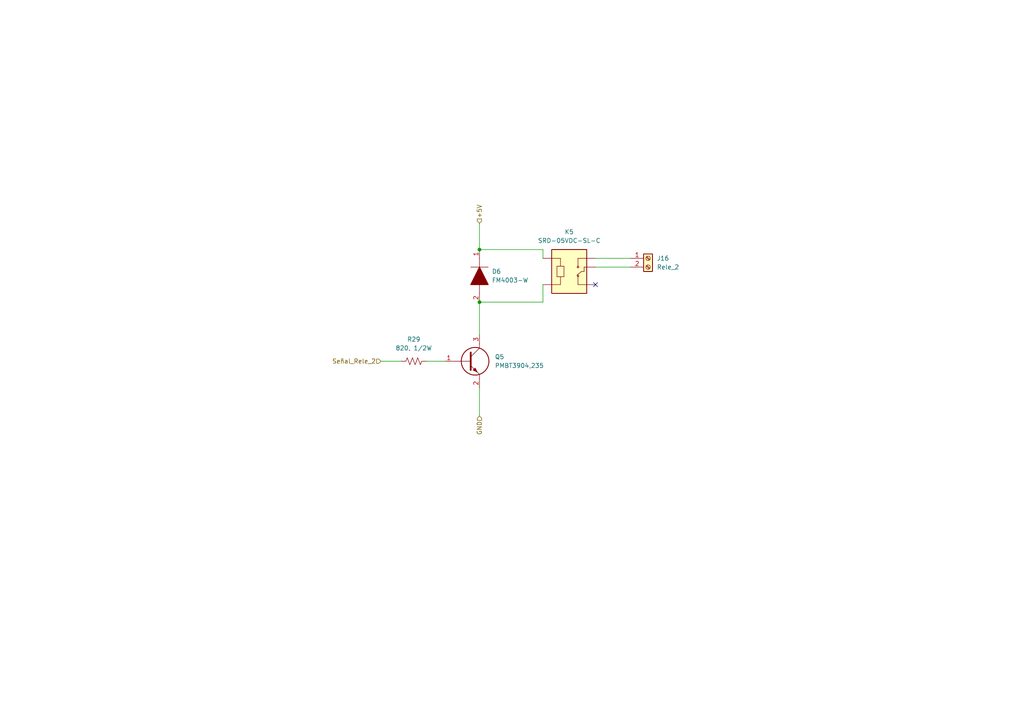
<source format=kicad_sch>
(kicad_sch (version 20211123) (generator eeschema)
  (paper "A4")
  (lib_symbols
    (symbol "Connector:Screw_Terminal_01x02" (pin_names (offset 1.016) hide)
      (property "Reference" "J" (at 0 2.54 0))
      (property "Value" "Screw_Terminal_01x02" (at 0 -5.08 0))
      (symbol "Screw_Terminal_01x02_1_1"
        (rectangle (start -1.27 1.27) (end 1.27 -3.81) (stroke (width 0.254)) (fill (type background)))
        (circle (center 0 -2.54) (radius 0.635) (stroke (width 0.1524)))
        (polyline (pts (xy -0.5334 -2.2098) (xy 0.3302 -3.048)) (stroke (width 0.1524)))
        (polyline (pts (xy -0.5334 0.3302) (xy 0.3302 -0.508)) (stroke (width 0.1524)))
        (polyline (pts (xy -0.3556 -2.032) (xy 0.508 -2.8702)) (stroke (width 0.1524)))
        (polyline (pts (xy -0.3556 0.508) (xy 0.508 -0.3302)) (stroke (width 0.1524)))
        (circle (center 0 0) (radius 0.635) (stroke (width 0.1524)))
        (pin passive line (at -5.08 0 0) (length 3.81) (name "Pin_1") (number "1"))
        (pin passive line (at -5.08 -2.54 0) (length 3.81) (name "Pin_2") (number "2"))
      )
    )
    (symbol "Device:R_US" (pin_numbers hide) (pin_names (offset 0))
      (property "Reference" "R" (at 2.54 0 90))
      (property "Value" "R_US" (at -2.54 0 90))
      (symbol "R_US_0_1"
        (polyline (pts (xy 0 -2.286) (xy 0 -2.54)))
        (polyline (pts (xy 0 2.286) (xy 0 2.54)))
        (polyline (pts (xy 0 -0.762) (xy 1.016 -1.143) (xy 0 -1.524) (xy -1.016 -1.905) (xy 0 -2.286)))
        (polyline (pts (xy 0 0.762) (xy 1.016 0.381) (xy 0 0) (xy -1.016 -0.381) (xy 0 -0.762)))
        (polyline (pts (xy 0 2.286) (xy 1.016 1.905) (xy 0 1.524) (xy -1.016 1.143) (xy 0 0.762)))
      )
      (symbol "R_US_1_1"
        (pin passive line (at 0 3.81 270) (length 1.27) (name "~") (number "1"))
        (pin passive line (at 0 -3.81 90) (length 1.27) (name "~") (number "2"))
      )
    )
    (symbol "FM4003-W:FM4003-W" (pin_names (offset 0.762))
      (property "Reference" "D" (at 11.43 5.08 0))
      (property "Value" "FM4003-W" (at 11.43 2.54 0))
      (symbol "FM4003-W_0_0"
        (pin passive line (at 0 0 0) (length 2.54) (name "~") (number "1"))
        (pin passive line (at 15.24 0 180) (length 2.54) (name "~") (number "2"))
      )
      (symbol "FM4003-W_0_1"
        (polyline (pts (xy 2.54 0) (xy 5.08 0)) (stroke (width 0.1524)))
        (polyline (pts (xy 5.08 2.54) (xy 5.08 -2.54)) (stroke (width 0.1524)))
        (polyline (pts (xy 10.16 0) (xy 12.7 0)) (stroke (width 0.1524)))
        (polyline (pts (xy 5.08 0) (xy 10.16 2.54) (xy 10.16 -2.54) (xy 5.08 0)) (stroke (width 0.254)) (fill (type outline)))
      )
    )
    (symbol "PMBT3904,235:PMBT3904,235" (pin_names (offset 0.762))
      (property "Reference" "Q" (at 13.97 1.27 0))
      (property "Value" "PMBT3904,235" (at 13.97 -1.27 0))
      (symbol "PMBT3904,235_0_0"
        (pin passive line (at 0 0 0) (length 2.54) (name "~") (number "1"))
        (pin passive line (at 10.16 -7.62 90) (length 2.54) (name "~") (number "2"))
        (pin passive line (at 10.16 7.62 270) (length 2.54) (name "~") (number "3"))
      )
      (symbol "PMBT3904,235_0_1"
        (polyline (pts (xy 2.54 0) (xy 7.62 0)) (stroke (width 0.1524)))
        (polyline (pts (xy 7.62 -1.27) (xy 10.16 -3.81)) (stroke (width 0.1524)))
        (polyline (pts (xy 7.62 1.27) (xy 10.16 3.81)) (stroke (width 0.1524)))
        (polyline (pts (xy 7.62 2.54) (xy 7.62 -2.54)) (stroke (width 0.508)))
        (polyline (pts (xy 10.16 -3.81) (xy 10.16 -5.08)) (stroke (width 0.1524)))
        (polyline (pts (xy 10.16 3.81) (xy 10.16 5.08)) (stroke (width 0.1524)))
        (polyline (pts (xy 8.382 -2.54) (xy 8.89 -2.032) (xy 9.398 -3.048) (xy 8.382 -2.54)) (stroke (width 0.254)) (fill (type outline)))
        (circle (center 8.89 0) (radius 4.0132) (stroke (width 0.254)))
      )
    )
    (symbol "SRD-05VDC-SL-C:SRD-05VDC-SL-C" (pin_numbers hide) (pin_names (offset 1.016) hide)
      (property "Reference" "K" (at -5.08 5.842 0))
      (property "Value" "SRD-05VDC-SL-C" (at -5.08 -10.16 0))
      (symbol "SRD-05VDC-SL-C_0_0"
        (rectangle (start -5.08 -7.62) (end 5.08 5.08) (stroke (width 0.254)) (fill (type background)))
        (polyline (pts (xy -5.08 2.54) (xy -2.54 2.54)) (stroke (width 0.1524)))
        (polyline (pts (xy -3.556 -2.794) (xy -2.54 -2.794)) (stroke (width 0.1524)))
        (polyline (pts (xy -3.556 0.254) (xy -3.556 -2.794)) (stroke (width 0.1524)))
        (polyline (pts (xy -2.54 -5.08) (xy -5.08 -5.08)) (stroke (width 0.1524)))
        (polyline (pts (xy -2.54 -2.794) (xy -2.54 -5.08)) (stroke (width 0.1524)))
        (polyline (pts (xy -2.54 -2.794) (xy -1.524 -2.794)) (stroke (width 0.1524)))
        (polyline (pts (xy -2.54 0.254) (xy -3.556 0.254)) (stroke (width 0.1524)))
        (polyline (pts (xy -2.54 2.54) (xy -2.54 0.254)) (stroke (width 0.1524)))
        (polyline (pts (xy -1.524 -2.794) (xy -1.524 0.254)) (stroke (width 0.1524)))
        (polyline (pts (xy -1.524 0.254) (xy -2.54 0.254)) (stroke (width 0.1524)))
        (polyline (pts (xy 2.54 -5.08) (xy 5.08 -5.08)) (stroke (width 0.1524)))
        (polyline (pts (xy 2.54 -2.54) (xy 2.54 -5.08)) (stroke (width 0.1524)))
        (polyline (pts (xy 2.54 2.54) (xy 2.54 0)) (stroke (width 0.1524)))
        (polyline (pts (xy 3.556 -1.27) (xy 2.286 -2.286)) (stroke (width 0.1524)))
        (polyline (pts (xy 3.556 -1.27) (xy 4.318 -1.27)) (stroke (width 0.1524)))
        (polyline (pts (xy 4.318 -1.27) (xy 4.318 0)) (stroke (width 0.1524)))
        (polyline (pts (xy 4.318 0) (xy 5.08 0)) (stroke (width 0.1524)))
        (polyline (pts (xy 5.08 2.54) (xy 2.54 2.54)) (stroke (width 0.1524)))
        (circle (center 2.54 -2.54) (radius 0.254) (stroke (width 0.1524)))
        (circle (center 2.54 0) (radius 0.254) (stroke (width 0.1524)))
        (pin passive line (at -7.62 2.54 0) (length 2.54) (name "~") (number "A1"))
        (pin passive line (at -7.62 -5.08 0) (length 2.54) (name "~") (number "A2"))
        (pin passive line (at 7.62 0 180) (length 2.54) (name "~") (number "COM"))
        (pin passive line (at 7.62 -5.08 180) (length 2.54) (name "~") (number "NC"))
        (pin passive line (at 7.62 2.54 180) (length 2.54) (name "~") (number "NO"))
      )
    )
  )
  (junction (at 139.065 72.39))
  (junction (at 139.065 87.63))
  (no_connect (at 172.72 82.55))
  (wire (pts (xy 139.065 72.39) (xy 157.48 72.39)))
  (wire (pts (xy 139.065 87.63) (xy 157.48 87.63)))
  (wire (pts (xy 172.72 74.93) (xy 182.88 74.93)))
  (wire (pts (xy 157.48 87.63) (xy 157.48 82.55)))
  (wire (pts (xy 172.72 77.47) (xy 182.88 77.47)))
  (wire (pts (xy 139.065 87.63) (xy 139.065 97.155)))
  (wire (pts (xy 139.065 64.77) (xy 139.065 72.39)))
  (wire (pts (xy 139.065 112.395) (xy 139.065 120.65)))
  (wire (pts (xy 157.48 72.39) (xy 157.48 74.93)))
  (wire (pts (xy 110.49 104.775) (xy 116.205 104.775)))
  (wire (pts (xy 123.825 104.775) (xy 128.905 104.775)))
  (hierarchical_label "Señal_Rele_2" (shape input) (at 110.49 104.775 180))
  (hierarchical_label "GND" (shape input) (at 139.065 120.65 270))
  (hierarchical_label "+5V" (shape input) (at 139.065 64.77 90))
  (symbol (lib_id "FM4003-W:FM4003-W") (at 139.065 72.39 270) (unit 1)
    (property "Reference" "D6" (at 142.6464 78.7399 90) (effects (justify left)))
    (property "Value" "FM4003-W" (at 142.6464 81.2799 90) (effects (justify left)))
    (property "Footprint" "FM4003W:DIOM5025X231N" (effects hide))
    (property "Datasheet" "https://componentsearchengine.com/Datasheets/1/FM4003-W.pdf" (effects hide))
    (property "Description" "Rectifiers 1A 200V GP" (effects hide))
    (property "Height" "2.31" (effects hide))
    (property "Manufacturer_Name" "Rectron" (effects hide))
    (property "Manufacturer_Part_Number" "FM4003-W" (effects hide))
    (property "Mouser Part Number" "583-FM4003-W" (effects hide))
    (property "Mouser Price/Stock" "https://www.mouser.co.uk/ProductDetail/Rectron/FM4003-W/?qs=5h8Q3Z7TNRlJu6QU92Ho0w%3D%3D" (effects hide))
    (property "Arrow Part Number" "FM4003-W" (effects hide))
    (property "Arrow Price/Stock" "https://www.arrow.com/en/products/fm4003-w/rectron" (effects hide))
  )
  (symbol (lib_id "Connector:Screw_Terminal_01x02") (at 187.96 74.93 0) (unit 1)
    (property "Reference" "J16" (at 190.5 74.9299 0) (effects (justify left)))
    (property "Value" "Rele_2" (at 190.5 77.4699 0) (effects (justify left)))
    (property "Footprint" "TB002-500-02BE:TB00250002BE" (effects hide))
  )
  (symbol (lib_id "SRD-05VDC-SL-C:SRD-05VDC-SL-C") (at 165.1 77.47 0) (unit 1)
    (property "Reference" "K5" (at 165.1 67.2592 0))
    (property "Value" "SRD-05VDC-SL-C" (at 165.1 69.7992 0))
    (property "Footprint" "SRD-05VDC-SL-C-Version_2:RELAY_SRD-05VDC-SL-C" (effects hide))
    (property "MANUFACTURER" "SONGLE RELAY" (effects hide))
    (property "STANDARD" "IPC-7251" (effects hide))
  )
  (symbol (lib_id "PMBT3904,235:PMBT3904,235") (at 128.905 104.775 0) (unit 1)
    (property "Reference" "Q5" (at 143.51 103.5049 0) (effects (justify left)))
    (property "Value" "PMBT3904,235" (at 143.51 106.0449 0) (effects (justify left)))
    (property "Footprint" "PMBT3904,235:SOT95P230X110-3N" (effects hide))
    (property "Datasheet" "https://assets.nexperia.com/documents/data-sheet/PMBT3904.pdf" (effects hide))
    (property "Description" "PMBT3904 - NPN switching transistor" (effects hide))
    (property "Height" "1.1" (effects hide))
    (property "Manufacturer_Name" "Nexperia" (effects hide))
    (property "Manufacturer_Part_Number" "PMBT3904,235" (effects hide))
    (property "Mouser Part Number" "771-PMBT3904235" (effects hide))
    (property "Mouser Price/Stock" "https://www.mouser.co.uk/ProductDetail/Nexperia/PMBT3904235?qs=LOCUfHb8d9uziIfl4fmvZg%3D%3D" (effects hide))
    (property "Arrow Part Number" "PMBT3904,235" (effects hide))
    (property "Arrow Price/Stock" "https://www.arrow.com/en/products/pmbt3904235/nexperia?region=nac" (effects hide))
  )
  (symbol (lib_id "Device:R_US") (at 120.015 104.775 90) (unit 1)
    (property "Reference" "R29" (at 120.015 98.425 90))
    (property "Value" "820, 1/2W" (at 120.015 100.965 90))
    (property "Footprint" "Resistor_SMD:R_0805_2012Metric" (effects hide))
  )
)
</source>
